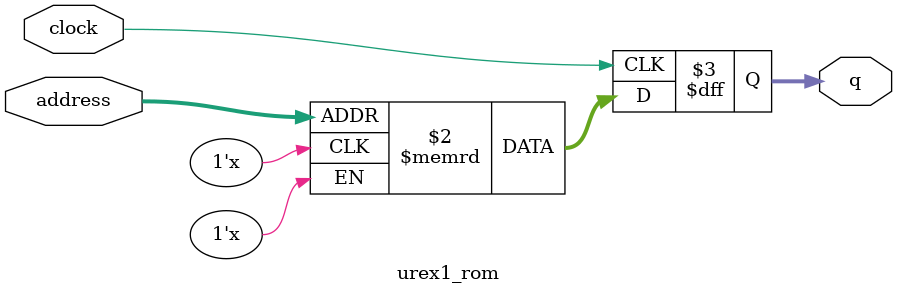
<source format=sv>
module urex1_rom (
	input logic clock,
	input logic [9:0] address,
	output logic [3:0] q
);

logic [3:0] memory [0:1023] /* synthesis ram_init_file = "./urex1/urex1.mif" */;

always_ff @ (posedge clock) begin
	q <= memory[address];
end

endmodule

</source>
